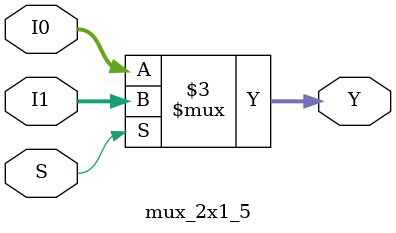
<source format=v>
module mux_2x1_5 (output reg [4:0] Y, input S, input [4:0] I0, I1);
    always @ (S, I0, I1)
        if (S) Y <= I1;
        else Y <= I0;
endmodule

</source>
